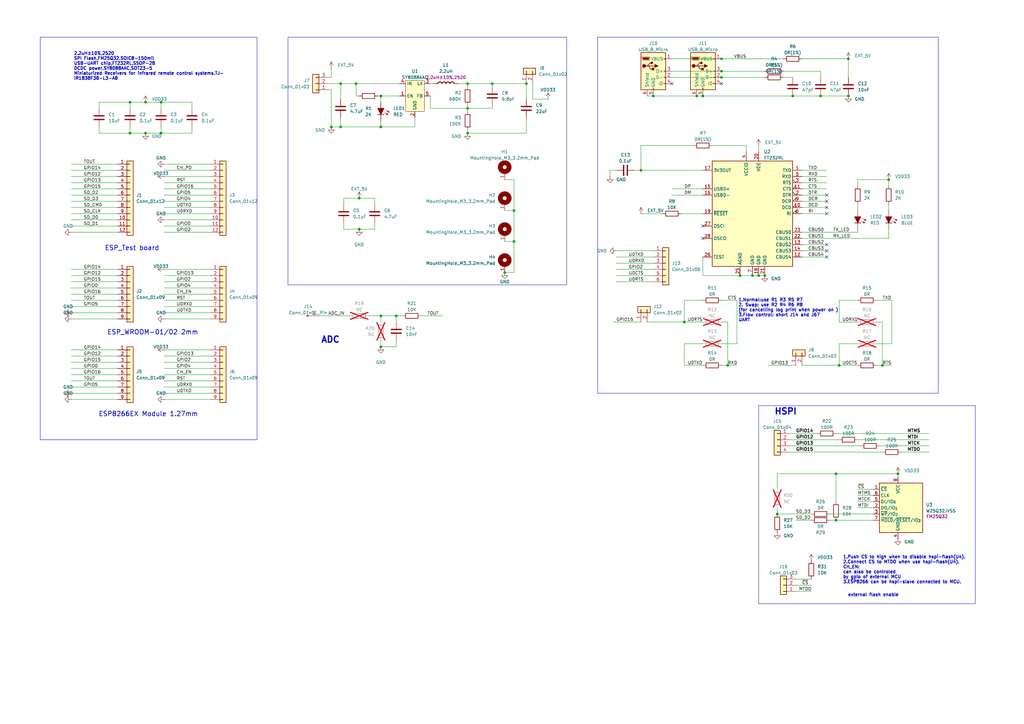
<source format=kicad_sch>
(kicad_sch (version 20250114) (generator "eeschema") (generator_version "9.0")
  (paper "A3")
  (rectangle (start 311.15 166.37) (end 400.05 247.65))
  (rectangle (start 16.51 15.24) (end 105.41 180.34))
  (rectangle (start 118.11 15.24) (end 232.41 116.84))
  (rectangle (start 245.11 15.24) (end 384.81 161.29))
  (text "ESP_WROOM-01/02 2mm" (at 43.942 136.398 0) (effects (font (size 1.905 1.905) (thickness 0.254) (bold yes)) (justify left)))
  (text "HSPI" (at 317.5 168.91 0) (effects (font (size 2.54 2.54) (thickness 0.508) (bold yes)) (justify left)))
  (text "1.Normal:use R1 R3 R5 R7\n2. Swap: use R2 R4 R6 R8\n(for cancelling log print when power on )\n3.Flow control: short J14 and J67\nUART" (at 302.768 127.254 0) (effects (font (size 1.27 1.27) (thickness 0.254) (bold yes)) (justify left)))
  (text "external flash enable" (at 347.726 244.094 0) (effects (font (size 1.27 1.27) (thickness 0.254) (bold yes)) (justify left)))
  (text "1.Push CS to high when to disable hspi-flash(U4).\n2.Connect CS to MTDO when use hspi-flash(U4).\nCH_EN:\ncan also be controled\nby gpio of external MCU\n3.ESP8266 can be hspi-slave connected to MCU." (at 345.694 233.68 0) (effects (font (size 1.27 1.27) (thickness 0.254) (bold yes)) (justify left)))
  (text "2.2uH±10%,2520\nSPI Flash,FM25Q32,SOIC8-150mil\nUSB-UART chip,FT232RL,SSOP-28\nDCDC power,SY8088AAC,SOT23-5\nMiniaturized Receivers for infrared remote control systems,TJ-\nIR1838F38-L3-A8" (at 30.226 27.178 0) (effects (font (size 1.27 1.27) (thickness 0.254) (bold yes)) (justify left)))
  (text "ESP8266EX Module 1.27mm" (at 40.386 169.926 0) (effects (font (size 1.905 1.905) (thickness 0.254) (bold yes)) (justify left)))
  (text "ESP_Test board" (at 42.926 101.854 0) (effects (font (size 1.905 1.905) (thickness 0.254) (bold yes)) (justify left)))
  (text "ADC" (at 131.572 139.446 0) (effects (font (size 2.54 2.54) (thickness 0.508) (bold yes)) (justify left)))
  (junction (at 295.91 29.21))
  (junction (at 146.05 34.29))
  (junction (at 280.67 132.08))
  (junction (at 215.9 34.29))
  (junction (at 342.9 194.31))
  (junction (at 298.45 149.86))
  (junction (at 361.95 149.86))
  (junction (at 139.7 52.07))
  (junction (at 191.77 54.61))
  (junction (at 135.89 52.07))
  (junction (at 59.69 54.61))
  (junction (at 156.21 39.37))
  (junction (at 347.98 39.37))
  (junction (at 162.56 129.54))
  (junction (at 210.82 99.06))
  (junction (at 364.49 73.66))
  (junction (at 288.29 39.37))
  (junction (at 156.21 129.54))
  (junction (at 66.04 54.61))
  (junction (at 336.55 39.37))
  (junction (at 53.34 41.91))
  (junction (at 342.9 213.36))
  (junction (at 347.98 24.13))
  (junction (at 313.69 113.03))
  (junction (at 147.32 93.98))
  (junction (at 59.69 41.91))
  (junction (at 295.91 24.13))
  (junction (at 66.04 41.91))
  (junction (at 147.32 81.28))
  (junction (at 156.21 52.07))
  (junction (at 139.7 34.29))
  (junction (at 53.34 54.61))
  (junction (at 207.01 111.76))
  (junction (at 156.21 142.24))
  (junction (at 285.75 39.37))
  (junction (at 368.3 194.31))
  (junction (at 318.77 210.82))
  (junction (at 201.93 34.29))
  (junction (at 191.77 44.45))
  (junction (at 191.77 34.29))
  (junction (at 262.89 69.85))
  (junction (at 295.91 31.75))
  (junction (at 344.17 149.86))
  (junction (at 303.53 113.03))
  (junction (at 311.15 113.03))
  (junction (at 267.97 39.37))
  (junction (at 210.82 86.36))
  (junction (at 308.61 113.03))
  (junction (at 325.12 39.37))
  (no_connect (at 339.09 80.01))
  (no_connect (at 339.09 82.55))
  (no_connect (at 339.09 100.33))
  (no_connect (at 339.09 105.41))
  (no_connect (at 288.29 92.71))
  (no_connect (at 288.29 97.79))
  (no_connect (at 275.59 34.29))
  (no_connect (at 339.09 87.63))
  (no_connect (at 339.09 102.87))
  (no_connect (at 295.91 34.29))
  (no_connect (at 339.09 85.09))
  (wire (pts (xy 67.31 72.39) (xy 86.36 72.39)))
  (wire (pts (xy 29.21 67.31) (xy 48.26 67.31)))
  (wire (pts (xy 359.41 132.08) (xy 361.95 132.08)))
  (wire (pts (xy 284.48 59.69) (xy 262.89 59.69)))
  (wire (pts (xy 29.21 90.17) (xy 48.26 90.17)))
  (wire (pts (xy 134.62 31.75) (xy 135.89 31.75)))
  (wire (pts (xy 210.82 99.06) (xy 210.82 86.36)))
  (wire (pts (xy 78.74 52.07) (xy 78.74 54.61)))
  (wire (pts (xy 67.31 151.13) (xy 86.36 151.13)))
  (wire (pts (xy 156.21 129.54) (xy 156.21 132.08)))
  (wire (pts (xy 252.73 113.03) (xy 267.97 113.03)))
  (wire (pts (xy 359.41 140.97) (xy 365.76 140.97)))
  (wire (pts (xy 67.31 74.93) (xy 86.36 74.93)))
  (wire (pts (xy 67.31 143.51) (xy 86.36 143.51)))
  (wire (pts (xy 351.79 205.74) (xy 358.14 205.74)))
  (wire (pts (xy 162.56 142.24) (xy 156.21 142.24)))
  (wire (pts (xy 306.07 59.69) (xy 292.1 59.69)))
  (wire (pts (xy 368.3 194.31) (xy 342.9 194.31)))
  (wire (pts (xy 295.91 24.13) (xy 321.31 24.13)))
  (wire (pts (xy 252.73 107.95) (xy 267.97 107.95)))
  (wire (pts (xy 67.31 118.11) (xy 86.36 118.11)))
  (wire (pts (xy 262.89 69.85) (xy 288.29 69.85)))
  (wire (pts (xy 67.31 69.85) (xy 86.36 69.85)))
  (wire (pts (xy 295.91 132.08) (xy 298.45 132.08)))
  (wire (pts (xy 365.76 123.19) (xy 359.41 123.19)))
  (wire (pts (xy 162.56 139.7) (xy 162.56 142.24)))
  (wire (pts (xy 140.97 81.28) (xy 140.97 83.82)))
  (wire (pts (xy 29.21 95.25) (xy 48.26 95.25)))
  (wire (pts (xy 59.69 41.91) (xy 66.04 41.91)))
  (wire (pts (xy 29.21 87.63) (xy 48.26 87.63)))
  (wire (pts (xy 218.44 40.64) (xy 224.79 40.64)))
  (wire (pts (xy 295.91 31.75) (xy 313.69 31.75)))
  (wire (pts (xy 151.13 129.54) (xy 156.21 129.54)))
  (wire (pts (xy 351.79 83.82) (xy 351.79 86.36)))
  (wire (pts (xy 191.77 44.45) (xy 191.77 45.72)))
  (wire (pts (xy 360.68 182.88) (xy 381 182.88)))
  (wire (pts (xy 326.39 237.49) (xy 332.74 237.49)))
  (wire (pts (xy 162.56 129.54) (xy 165.1 129.54)))
  (wire (pts (xy 156.21 129.54) (xy 162.56 129.54)))
  (wire (pts (xy 66.04 41.91) (xy 66.04 44.45)))
  (wire (pts (xy 311.15 59.69) (xy 311.15 62.23)))
  (wire (pts (xy 275.59 80.01) (xy 288.29 80.01)))
  (wire (pts (xy 29.21 118.11) (xy 48.26 118.11)))
  (wire (pts (xy 146.05 39.37) (xy 147.32 39.37)))
  (wire (pts (xy 288.29 105.41) (xy 288.29 113.03)))
  (wire (pts (xy 67.31 80.01) (xy 86.36 80.01)))
  (wire (pts (xy 67.31 156.21) (xy 86.36 156.21)))
  (wire (pts (xy 67.31 158.75) (xy 86.36 158.75)))
  (wire (pts (xy 154.94 39.37) (xy 156.21 39.37)))
  (wire (pts (xy 66.04 52.07) (xy 66.04 54.61)))
  (wire (pts (xy 318.77 194.31) (xy 318.77 200.66)))
  (wire (pts (xy 288.29 113.03) (xy 303.53 113.03)))
  (wire (pts (xy 53.34 41.91) (xy 53.34 44.45)))
  (wire (pts (xy 336.55 29.21) (xy 336.55 31.75)))
  (wire (pts (xy 67.31 120.65) (xy 86.36 120.65)))
  (wire (pts (xy 67.31 125.73) (xy 86.36 125.73)))
  (wire (pts (xy 326.39 213.36) (xy 332.74 213.36)))
  (wire (pts (xy 328.93 24.13) (xy 347.98 24.13)))
  (wire (pts (xy 308.61 113.03) (xy 311.15 113.03)))
  (wire (pts (xy 78.74 41.91) (xy 78.74 44.45)))
  (wire (pts (xy 67.31 67.31) (xy 86.36 67.31)))
  (wire (pts (xy 207.01 111.76) (xy 210.82 111.76)))
  (wire (pts (xy 342.9 177.8) (xy 381 177.8)))
  (wire (pts (xy 252.73 110.49) (xy 267.97 110.49)))
  (wire (pts (xy 130.81 129.54) (xy 143.51 129.54)))
  (wire (pts (xy 252.73 102.87) (xy 267.97 102.87)))
  (wire (pts (xy 361.95 149.86) (xy 365.76 149.86)))
  (wire (pts (xy 364.49 97.79) (xy 364.49 93.98)))
  (wire (pts (xy 67.31 92.71) (xy 86.36 92.71)))
  (wire (pts (xy 67.31 77.47) (xy 86.36 77.47)))
  (wire (pts (xy 215.9 54.61) (xy 191.77 54.61)))
  (wire (pts (xy 135.89 36.83) (xy 135.89 52.07)))
  (wire (pts (xy 323.85 177.8) (xy 335.28 177.8)))
  (wire (pts (xy 140.97 81.28) (xy 147.32 81.28)))
  (wire (pts (xy 29.21 110.49) (xy 48.26 110.49)))
  (wire (pts (xy 187.96 34.29) (xy 191.77 34.29)))
  (wire (pts (xy 29.21 113.03) (xy 48.26 113.03)))
  (wire (pts (xy 298.45 132.08) (xy 298.45 149.86)))
  (wire (pts (xy 339.09 102.87) (xy 328.93 102.87)))
  (wire (pts (xy 351.79 73.66) (xy 364.49 73.66)))
  (wire (pts (xy 267.97 39.37) (xy 285.75 39.37)))
  (wire (pts (xy 67.31 95.25) (xy 86.36 95.25)))
  (wire (pts (xy 262.89 87.63) (xy 271.78 87.63)))
  (wire (pts (xy 347.98 24.13) (xy 347.98 31.75)))
  (wire (pts (xy 29.21 146.05) (xy 48.26 146.05)))
  (wire (pts (xy 67.31 153.67) (xy 86.36 153.67)))
  (wire (pts (xy 328.93 149.86) (xy 344.17 149.86)))
  (wire (pts (xy 29.21 92.71) (xy 48.26 92.71)))
  (wire (pts (xy 140.97 91.44) (xy 140.97 93.98)))
  (wire (pts (xy 340.36 213.36) (xy 342.9 213.36)))
  (wire (pts (xy 29.21 130.81) (xy 48.26 130.81)))
  (wire (pts (xy 146.05 34.29) (xy 146.05 39.37)))
  (wire (pts (xy 146.05 34.29) (xy 163.83 34.29)))
  (wire (pts (xy 29.21 143.51) (xy 48.26 143.51)))
  (wire (pts (xy 59.69 54.61) (xy 66.04 54.61)))
  (wire (pts (xy 53.34 52.07) (xy 53.34 54.61)))
  (wire (pts (xy 156.21 52.07) (xy 170.18 52.07)))
  (wire (pts (xy 156.21 49.53) (xy 156.21 52.07)))
  (wire (pts (xy 298.45 149.86) (xy 302.26 149.86)))
  (wire (pts (xy 170.18 52.07) (xy 170.18 48.26)))
  (wire (pts (xy 344.17 140.97) (xy 351.79 140.97)))
  (wire (pts (xy 191.77 43.18) (xy 191.77 44.45)))
  (wire (pts (xy 191.77 34.29) (xy 201.93 34.29)))
  (wire (pts (xy 67.31 85.09) (xy 86.36 85.09)))
  (wire (pts (xy 288.29 39.37) (xy 325.12 39.37)))
  (wire (pts (xy 139.7 34.29) (xy 139.7 40.64)))
  (wire (pts (xy 156.21 39.37) (xy 156.21 41.91)))
  (wire (pts (xy 325.12 39.37) (xy 336.55 39.37)))
  (wire (pts (xy 339.09 100.33) (xy 328.93 100.33)))
  (wire (pts (xy 134.62 36.83) (xy 135.89 36.83)))
  (wire (pts (xy 361.95 132.08) (xy 361.95 149.86)))
  (wire (pts (xy 351.79 208.28) (xy 358.14 208.28)))
  (wire (pts (xy 318.77 210.82) (xy 332.74 210.82)))
  (wire (pts (xy 344.17 132.08) (xy 351.79 132.08)))
  (wire (pts (xy 280.67 123.19) (xy 288.29 123.19)))
  (wire (pts (xy 339.09 69.85) (xy 328.93 69.85)))
  (wire (pts (xy 339.09 74.93) (xy 328.93 74.93)))
  (wire (pts (xy 210.82 99.06) (xy 207.01 99.06)))
  (wire (pts (xy 210.82 73.66) (xy 207.01 73.66)))
  (wire (pts (xy 365.76 140.97) (xy 365.76 123.19)))
  (wire (pts (xy 339.09 87.63) (xy 328.93 87.63)))
  (wire (pts (xy 280.67 140.97) (xy 280.67 149.86)))
  (wire (pts (xy 29.21 115.57) (xy 48.26 115.57)))
  (wire (pts (xy 339.09 80.01) (xy 328.93 80.01)))
  (wire (pts (xy 342.9 213.36) (xy 358.14 213.36)))
  (wire (pts (xy 295.91 140.97) (xy 302.26 140.97)))
  (wire (pts (xy 302.26 123.19) (xy 295.91 123.19)))
  (wire (pts (xy 302.26 140.97) (xy 302.26 123.19)))
  (wire (pts (xy 368.3 194.31) (xy 368.3 195.58)))
  (wire (pts (xy 314.96 149.86) (xy 326.39 149.86)))
  (wire (pts (xy 67.31 161.29) (xy 86.36 161.29)))
  (wire (pts (xy 147.32 93.98) (xy 140.97 93.98)))
  (wire (pts (xy 201.93 44.45) (xy 191.77 44.45)))
  (wire (pts (xy 29.21 125.73) (xy 48.26 125.73)))
  (wire (pts (xy 340.36 210.82) (xy 358.14 210.82)))
  (wire (pts (xy 215.9 34.29) (xy 215.9 40.64)))
  (wire (pts (xy 29.21 77.47) (xy 48.26 77.47)))
  (wire (pts (xy 191.77 34.29) (xy 191.77 35.56)))
  (wire (pts (xy 265.43 132.08) (xy 280.67 132.08)))
  (wire (pts (xy 279.4 87.63) (xy 288.29 87.63)))
  (wire (pts (xy 191.77 53.34) (xy 191.77 54.61)))
  (wire (pts (xy 295.91 149.86) (xy 298.45 149.86)))
  (wire (pts (xy 288.29 140.97) (xy 280.67 140.97)))
  (wire (pts (xy 275.59 77.47) (xy 288.29 77.47)))
  (wire (pts (xy 339.09 77.47) (xy 328.93 77.47)))
  (wire (pts (xy 66.04 54.61) (xy 78.74 54.61)))
  (wire (pts (xy 342.9 194.31) (xy 318.77 194.31)))
  (wire (pts (xy 67.31 115.57) (xy 86.36 115.57)))
  (wire (pts (xy 351.79 73.66) (xy 351.79 76.2)))
  (wire (pts (xy 326.39 240.03) (xy 332.74 240.03)))
  (wire (pts (xy 344.17 123.19) (xy 344.17 132.08)))
  (wire (pts (xy 351.79 200.66) (xy 358.14 200.66)))
  (wire (pts (xy 351.79 123.19) (xy 344.17 123.19)))
  (wire (pts (xy 67.31 128.27) (xy 86.36 128.27)))
  (wire (pts (xy 351.79 180.34) (xy 381 180.34)))
  (wire (pts (xy 67.31 110.49) (xy 86.36 110.49)))
  (wire (pts (xy 29.21 128.27) (xy 48.26 128.27)))
  (wire (pts (xy 251.46 132.08) (xy 262.89 132.08)))
  (wire (pts (xy 153.67 91.44) (xy 153.67 93.98)))
  (wire (pts (xy 201.93 34.29) (xy 215.9 34.29)))
  (wire (pts (xy 323.85 185.42) (xy 361.95 185.42)))
  (wire (pts (xy 328.93 97.79) (xy 364.49 97.79)))
  (wire (pts (xy 339.09 82.55) (xy 328.93 82.55)))
  (wire (pts (xy 262.89 59.69) (xy 262.89 69.85)))
  (wire (pts (xy 218.44 40.64) (xy 218.44 34.29)))
  (wire (pts (xy 67.31 123.19) (xy 86.36 123.19)))
  (wire (pts (xy 156.21 139.7) (xy 156.21 142.24)))
  (wire (pts (xy 139.7 34.29) (xy 146.05 34.29)))
  (wire (pts (xy 275.59 29.21) (xy 295.91 29.21)))
  (wire (pts (xy 139.7 52.07) (xy 156.21 52.07)))
  (wire (pts (xy 250.19 69.85) (xy 252.73 69.85)))
  (wire (pts (xy 295.91 29.21) (xy 313.69 29.21)))
  (wire (pts (xy 344.17 149.86) (xy 351.79 149.86)))
  (wire (pts (xy 364.49 73.66) (xy 364.49 76.2)))
  (wire (pts (xy 153.67 93.98) (xy 147.32 93.98)))
  (wire (pts (xy 29.21 69.85) (xy 48.26 69.85)))
  (wire (pts (xy 40.64 41.91) (xy 40.64 44.45)))
  (wire (pts (xy 280.67 149.86) (xy 288.29 149.86)))
  (wire (pts (xy 134.62 34.29) (xy 139.7 34.29)))
  (wire (pts (xy 67.31 163.83) (xy 86.36 163.83)))
  (wire (pts (xy 252.73 115.57) (xy 267.97 115.57)))
  (wire (pts (xy 323.85 180.34) (xy 344.17 180.34)))
  (wire (pts (xy 215.9 48.26) (xy 215.9 54.61)))
  (wire (pts (xy 29.21 82.55) (xy 48.26 82.55)))
  (wire (pts (xy 342.9 194.31) (xy 342.9 205.74)))
  (wire (pts (xy 153.67 81.28) (xy 153.67 83.82)))
  (wire (pts (xy 147.32 81.28) (xy 153.67 81.28)))
  (wire (pts (xy 53.34 54.61) (xy 59.69 54.61)))
  (wire (pts (xy 265.43 39.37) (xy 267.97 39.37)))
  (wire (pts (xy 67.31 148.59) (xy 86.36 148.59)))
  (wire (pts (xy 29.21 158.75) (xy 48.26 158.75)))
  (wire (pts (xy 359.41 149.86) (xy 361.95 149.86)))
  (wire (pts (xy 306.07 62.23) (xy 306.07 59.69)))
  (wire (pts (xy 285.75 39.37) (xy 288.29 39.37)))
  (wire (pts (xy 326.39 242.57) (xy 332.74 242.57)))
  (wire (pts (xy 351.79 203.2) (xy 358.14 203.2)))
  (wire (pts (xy 29.21 156.21) (xy 48.26 156.21)))
  (wire (pts (xy 67.31 146.05) (xy 86.36 146.05)))
  (wire (pts (xy 201.93 43.18) (xy 201.93 44.45)))
  (wire (pts (xy 29.21 85.09) (xy 48.26 85.09)))
  (wire (pts (xy 40.64 52.07) (xy 40.64 54.61)))
  (wire (pts (xy 321.31 29.21) (xy 336.55 29.21)))
  (wire (pts (xy 40.64 54.61) (xy 53.34 54.61)))
  (wire (pts (xy 135.89 52.07) (xy 139.7 52.07)))
  (wire (pts (xy 210.82 86.36) (xy 210.82 73.66)))
  (wire (pts (xy 162.56 129.54) (xy 162.56 132.08)))
  (wire (pts (xy 311.15 113.03) (xy 313.69 113.03)))
  (wire (pts (xy 163.83 39.37) (xy 156.21 39.37)))
  (wire (pts (xy 210.82 111.76) (xy 210.82 99.06)))
  (wire (pts (xy 339.09 72.39) (xy 328.93 72.39)))
  (wire (pts (xy 250.19 72.39) (xy 250.19 69.85)))
  (wire (pts (xy 336.55 39.37) (xy 347.98 39.37)))
  (wire (pts (xy 364.49 83.82) (xy 364.49 86.36)))
  (wire (pts (xy 275.59 24.13) (xy 295.91 24.13)))
  (wire (pts (xy 351.79 95.25) (xy 351.79 93.98)))
  (wire (pts (xy 252.73 105.41) (xy 267.97 105.41)))
  (wire (pts (xy 67.31 90.17) (xy 86.36 90.17)))
  (wire (pts (xy 260.35 69.85) (xy 262.89 69.85)))
  (wire (pts (xy 53.34 41.91) (xy 59.69 41.91)))
  (wire (pts (xy 40.64 41.91) (xy 53.34 41.91)))
  (wire (pts (xy 369.57 185.42) (xy 381 185.42)))
  (wire (pts (xy 275.59 31.75) (xy 295.91 31.75)))
  (wire (pts (xy 328.93 95.25) (xy 351.79 95.25)))
  (wire (pts (xy 139.7 48.26) (xy 139.7 52.07)))
  (wire (pts (xy 67.31 130.81) (xy 86.36 130.81)))
  (wire (pts (xy 207.01 86.36) (xy 210.82 86.36)))
  (wire (pts (xy 66.04 41.91) (xy 78.74 41.91)))
  (wire (pts (xy 318.77 208.28) (xy 318.77 210.82)))
  (wire (pts (xy 67.31 87.63) (xy 86.36 87.63)))
  (wire (pts (xy 67.31 82.55) (xy 86.36 82.55)))
  (wire (pts (xy 135.89 31.75) (xy 135.89 27.94)))
  (wire (pts (xy 29.21 80.01) (xy 48.26 80.01)))
  (wire (pts (xy 191.77 44.45) (xy 176.53 44.45)))
  (wire (pts (xy 303.53 113.03) (xy 308.61 113.03)))
  (wire (pts (xy 29.21 153.67) (xy 48.26 153.67)))
  (wire (pts (xy 176.53 44.45) (xy 176.53 39.37)))
  (wire (pts (xy 67.31 113.03) (xy 86.36 113.03)))
  (wire (pts (xy 29.21 151.13) (xy 48.26 151.13)))
  (wire (pts (xy 176.53 34.29) (xy 177.8 34.29)))
  (wire (pts (xy 29.21 163.83) (xy 48.26 163.83)))
  (wire (pts (xy 172.72 129.54) (xy 181.61 129.54)))
  (wire (pts (xy 339.09 85.09) (xy 328.93 85.09)))
  (wire (pts (xy 29.21 123.19) (xy 48.26 123.19)))
  (wire (pts (xy 323.85 182.88) (xy 353.06 182.88)))
  (wire (pts (xy 288.29 132.08) (xy 280.67 132.08)))
  (wire (pts (xy 344.17 140.97) (xy 344.17 149.86)))
  (wire (pts (xy 29.21 72.39) (xy 48.26 72.39)))
  (wire (pts (xy 29.21 148.59) (xy 48.26 148.59)))
  (wire (pts (xy 339.09 105.41) (xy 328.93 105.41)))
  (wire (pts (xy 29.21 120.65) (xy 48.26 120.65)))
  (wire (pts (xy 280.67 132.08) (xy 280.67 123.19)))
  (wire (pts (xy 321.31 31.75) (xy 325.12 31.75)))
  (wire (pts (xy 201.93 34.29) (xy 201.93 35.56)))
  (wire (pts (xy 29.21 161.29) (xy 48.26 161.29)))
  (wire (pts (xy 29.21 74.93) (xy 48.26 74.93)))
  (label "CH_EN" (at 72.39 120.65 0))
  (label "U0RXD" (at 72.39 125.73 0))
  (label "U0TXD" (at 72.39 85.09 0))
  (label "U0RTS" (at 257.81 115.57 0))
  (label "GPIO12" (at 34.29 146.05 0))
  (label "U0RXD" (at 257.81 107.95 0))
  (label "GPIO15" (at 252.73 132.08 0))
  (label "MTMS" (at 372.11 177.8 0) (effects (font (thickness 0.254) (bold yes))))
  (label "CBUS2" (at 331.47 100.33 0))
  (label "GPIO13" (at 72.39 113.03 0))
  (label "GPIO4" (at 72.39 151.13 0))
  (label "SD_D3" (at 34.29 82.55 0))
  (label "TOUT" (at 34.29 123.19 0))
  (label "MTDO" (at 372.11 185.42 0) (effects (font (thickness 0.254) (bold yes))))
  (label "U0RXD" (at 72.39 87.63 0))
  (label "MTDO" (at 327.66 242.57 0))
  (label "RST" (at 72.39 74.93 0))
  (label "GPIO2" (at 72.39 115.57 0))
  (label "DCD" (at 331.47 85.09 0))
  (label "U0CTS" (at 345.44 149.86 0))
  (label "TXD" (at 361.95 123.19 0))
  (label "RXD" (at 331.47 72.39 0))
  (label "GPIO0" (at 34.29 118.11 0))
  (label "GPIO5" (at 72.39 80.01 0))
  (label "CTS" (at 298.45 123.19 0))
  (label "DCR" (at 331.47 82.55 0))
  (label "U0RXD" (at 345.44 132.08 0))
  (label "TOUT" (at 34.29 156.21 0))
  (label "GPIO0" (at 34.29 151.13 0))
  (label "GPIO13" (at 326.39 182.88 0) (effects (font (thickness 0.254) (bold yes))))
  (label "SD_CMD" (at 34.29 85.09 0))
  (label "RI" (at 331.47 87.63 0))
  (label "U0RTS" (at 281.94 132.08 0))
  (label "CBUS0" (at 331.47 95.25 0))
  (label "GPIO15" (at 326.39 185.42 0) (effects (font (thickness 0.254) (bold yes))))
  (label "CBUS4" (at 331.47 105.41 0))
  (label "GPIO5" (at 34.29 125.73 0))
  (label "GPIO13" (at 316.23 149.86 0))
  (label "GPIO4" (at 72.39 118.11 0))
  (label "SD_D0" (at 34.29 90.17 0))
  (label "U0TXD" (at 281.94 149.86 0))
  (label "CH_EN" (at 72.39 153.67 0))
  (label "GPIO2" (at 257.81 110.49 0))
  (label "GPIO2" (at 72.39 148.59 0))
  (label "U0TXD" (at 72.39 161.29 0))
  (label "RST" (at 72.39 156.21 0))
  (label "ADC_IN" (at 134.62 129.54 0))
  (label "GPIO12" (at 34.29 113.03 0))
  (label "GPIO15" (at 34.29 77.47 0))
  (label "SD_D1" (at 34.29 92.71 0))
  (label "SD_D2" (at 34.29 80.01 0))
  (label "DTR" (at 331.47 80.01 0))
  (label "TOUT" (at 34.29 67.31 0))
  (label "TXD" (at 331.47 69.85 0))
  (label "MTDI" (at 351.79 208.28 0))
  (label "GPIO16" (at 34.29 120.65 0))
  (label "MTCK" (at 372.11 182.88 0) (effects (font (thickness 0.254) (bold yes))))
  (label "U0CTS" (at 257.81 113.03 0))
  (label "GPIO15" (at 34.29 115.57 0))
  (label "SD_D2" (at 326.39 213.36 0))
  (label "DP" (at 280.67 77.47 0))
  (label "VBUS" (at 300.99 24.13 0))
  (label "U0TXD" (at 72.39 128.27 0))
  (label "GPIO4" (at 72.39 82.55 0))
  (label "GPIO13" (at 72.39 146.05 0))
  (label "GPIO13" (at 34.29 74.93 0))
  (label "CBUS1" (at 331.47 97.79 0))
  (label "MTDI" (at 372.11 180.34 0) (effects (font (thickness 0.254) (bold yes))))
  (label "SD_D3" (at 326.39 210.82 0))
  (label "GPIO16" (at 72.39 77.47 0))
  (label "~{CS}" (at 351.79 200.66 0))
  (label "CBUS3" (at 331.47 102.87 0))
  (label "GPIO0" (at 72.39 92.71 0))
  (label "GPIO12" (at 34.29 72.39 0))
  (label "CTS" (at 331.47 77.47 0))
  (label "GPIO16" (at 34.29 153.67 0))
  (label "RX_LED" (at 341.63 97.79 0))
  (label "RXD" (at 298.45 149.86 0))
  (label "GPIO2" (at 72.39 95.25 0))
  (label "GPIO14" (at 34.29 110.49 0))
  (label "TOUT" (at 175.26 129.54 0))
  (label "RST" (at 72.39 123.19 0))
  (label "MTCK" (at 351.79 205.74 0))
  (label "DM" (at 280.6185 80.01 0))
  (label "GPIO14" (at 34.29 69.85 0))
  (label "U0RXD" (at 72.39 158.75 0))
  (label "GPIO12" (at 326.39 180.34 0) (effects (font (thickness 0.254) (bold yes))))
  (label "TX_LED" (at 341.63 95.25 0))
  (label "GPIO15" (at 34.29 148.59 0))
  (label "~{CS}" (at 328.93 240.03 0))
  (label "GPIO14" (at 34.29 143.51 0))
  (label "GPIO14" (at 326.39 177.8 0) (effects (font (thickness 0.254) (bold yes))))
  (label "SD_CLK" (at 34.29 87.63 0))
  (label "U0TXD" (at 257.81 105.41 0))
  (label "MTMS" (at 351.79 203.2 0))
  (label "RTS" (at 361.95 149.86 0))
  (label "CH_PD" (at 72.39 69.85 0))
  (label "RTS" (at 331.47 74.93 0))
  (label "GPIO5" (at 34.29 158.75 0))
  (symbol (lib_id "power:GND") (at 67.31 90.17 270) (unit 1)
    (property "Reference" "#PWR03" (effects (hide yes)))
    (property "Value" "GND" (at 66.04 87.63 90))
    (property "Description" "Power symbol creates a global label with name \"GND\" , ground" (effects (hide yes)))
  )
  (symbol (lib_id "PCM_Capacitor_AKL:C_1206") (at 53.34 48.26 0) (unit 1)
    (property "Reference" "C2" (at 57.15 46.9899 0) (effects (justify left)))
    (property "Value" "0.1uF" (at 57.15 49.5299 0) (effects (justify left)))
    (property "Footprint" "PCM_Capacitor_SMD_AKL:C_1206_3216Metric" (effects (hide yes)))
    (property "Description" "SMD 1206 MLCC capacitor, Alternate KiCad Library" (effects (hide yes)))
  )
  (symbol (lib_id "power:GND") (at 250.19 72.39 0) (unit 1)
    (property "Reference" "#PWR024" (effects (hide yes)))
    (property "Value" "GND" (at 252.73 73.6599 0) (effects (justify left)))
    (property "Description" "Power symbol creates a global label with name \"GND\" , ground" (effects (hide yes)))
  )
  (symbol (lib_id "Connector_Generic:Conn_01x02") (at 326.39 144.78 90) (unit 1)
    (property "Reference" "J9" (at 331.47 143.5099 90) (effects (justify right)))
    (property "Value" "Conn_01x02" (at 331.47 146.0499 90) (effects (justify right)))
    (property "Description" "Generic connector, single row, 01x02, script generated (kicad-library-utils/schlib/autogen/connector/)" (effects (hide yes)))
  )
  (symbol (lib_id "PCM_Capacitor_AKL:C_1206") (at 336.55 35.56 0) (unit 1)
    (property "Reference" "C11" (at 340.36 34.2899 0) (effects (justify left)))
    (property "Value" "47pF" (at 340.36 36.8299 0) (effects (justify left)))
    (property "Footprint" "PCM_Capacitor_SMD_AKL:C_1206_3216Metric" (effects (hide yes)))
    (property "Description" "SMD 1206 MLCC capacitor, Alternate KiCad Library" (effects (hide yes)))
  )
  (symbol (lib_id "power:+5V") (at 67.31 143.51 90) (unit 1)
    (property "Reference" "#PWR011" (effects (hide yes)))
    (property "Value" "VDD33" (at 66.04 142.24 90))
    (property "Description" "Power symbol creates a global label with name \"+5V\"" (effects (hide yes)))
  )
  (symbol (lib_id "PCM_Resistor_AKL:R_1206") (at 342.9 209.55 0) (unit 1)
    (property "Reference" "R28" (at 345.44 208.2799 0) (effects (justify left)))
    (property "Value" "10K" (at 345.44 210.8199 0) (effects (justify left)))
    (property "Footprint" "PCM_Resistor_SMD_AKL:R_1206_3216Metric" (effects (hide yes)))
    (property "Description" "SMD 1206 Chip Resistor, European Symbol, Alternate KiCad Library" (effects (hide yes)))
  )
  (symbol (lib_id "Connector_Generic:Conn_01x12") (at 91.44 80.01 0) (unit 1)
    (property "Reference" "J3" (at 93.98 80.0099 0) (effects (justify left)))
    (property "Value" "Conn_01x12" (at 93.98 82.5499 0) (effects (justify left)))
    (property "Description" "Generic connector, single row, 01x12, script generated (kicad-library-utils/schlib/autogen/connector/)" (effects (hide yes)))
  )
  (symbol (lib_id "PCM_Capacitor_AKL:C_1206") (at 347.98 35.56 0) (unit 1)
    (property "Reference" "C12" (at 351.79 34.2899 0) (effects (justify left)))
    (property "Value" "10nF" (at 351.79 36.8299 0) (effects (justify left)))
    (property "Footprint" "PCM_Capacitor_SMD_AKL:C_1206_3216Metric" (effects (hide yes)))
    (property "Description" "SMD 1206 MLCC capacitor, Alternate KiCad Library" (effects (hide yes)))
  )
  (symbol (lib_id "PCM_Capacitor_AKL:C_1206") (at 201.93 39.37 0) (unit 1)
    (property "Reference" "C8" (at 205.74 38.0999 0) (effects (justify left)))
    (property "Value" "6.8pF" (at 205.74 40.6399 0) (effects (justify left)))
    (property "Footprint" "PCM_Capacitor_SMD_AKL:C_1206_3216Metric" (effects (hide yes)))
    (property "Description" "SMD 1206 MLCC capacitor, Alternate KiCad Library" (effects (hide yes)))
  )
  (symbol (lib_id "power:GND") (at 29.21 161.29 270) (unit 1)
    (property "Reference" "#PWR08" (effects (hide yes)))
    (property "Value" "GND" (at 27.94 158.75 90))
    (property "Description" "Power symbol creates a global label with name \"GND\" , ground" (effects (hide yes)))
  )
  (symbol (lib_id "power:GND") (at 135.89 52.07 0) (unit 1)
    (property "Reference" "#PWR019" (effects (hide yes)))
    (property "Value" "GND" (at 133.35 53.3399 0) (effects (justify right)))
    (property "Description" "Power symbol creates a global label with name \"GND\" , ground" (effects (hide yes)))
  )
  (symbol (lib_id "power:GND") (at 207.01 111.76 0) (unit 1)
    (property "Reference" "#PWR015" (effects (hide yes)))
    (property "Value" "GND" (at 207.01 115.57 0))
    (property "Description" "Power symbol creates a global label with name \"GND\" , ground" (effects (hide yes)))
  )
  (symbol (lib_id "PCM_Resistor_AKL:R_1206") (at 191.77 49.53 0) (mirror x) (unit 1)
    (property "Reference" "R3" (at 189.23 48.2599 0) (effects (justify right)))
    (property "Value" "150K" (at 189.23 50.7999 0) (effects (justify right)))
    (property "Footprint" "PCM_Resistor_SMD_AKL:R_1206_3216Metric" (effects (hide yes)))
    (property "Description" "SMD 1206 Chip Resistor, European Symbol, Alternate KiCad Library" (effects (hide yes)))
  )
  (symbol (lib_id "PCM_SL_Mechanical:MountingHole_M3_3.2mm_Pad") (at 207.01 106.68 0) (unit 1)
    (property "Reference" "H4" (at 203.2 105.4099 0) (effects (justify right)))
    (property "Value" "MountingHole_M3_3.2mm_Pad" (at 203.2 107.9499 0) (effects (justify right)))
    (property "Footprint" "PCM_SL_Mechanical:MountingHole_3.2mm_Pad" (effects (hide yes)))
    (property "Description" "3.2mm Diameter Mounting Hole Pad (M3)" (effects (hide yes)))
  )
  (symbol (lib_id "Connector_Generic:Conn_01x02") (at 215.9 29.21 90) (unit 1)
    (property "Reference" "J8" (at 220.98 27.9399 90) (effects (justify right)))
    (property "Value" "Conn_01x02" (at 220.98 30.4799 90) (effects (justify right)))
    (property "Description" "Generic connector, single row, 01x02, script generated (kicad-library-utils/schlib/autogen/connector/)" (effects (hide yes)))
  )
  (symbol (lib_id "power:GND") (at 29.21 163.83 270) (unit 1)
    (property "Reference" "#PWR09" (effects (hide yes)))
    (property "Value" "GND" (at 27.94 161.29 90))
    (property "Description" "Power symbol creates a global label with name \"GND\" , ground" (effects (hide yes)))
  )
  (symbol (lib_id "power:GND") (at 318.77 218.44 0) (unit 1)
    (property "Reference" "#PWR033" (effects (hide yes)))
    (property "Value" "GND" (at 321.31 219.7099 0) (effects (justify left)))
    (property "Description" "Power symbol creates a global label with name \"GND\" , ground" (effects (hide yes)))
  )
  (symbol (lib_id "power:GND") (at 313.69 113.03 0) (unit 1)
    (property "Reference" "#PWR028" (effects (hide yes)))
    (property "Value" "GND" (at 316.23 114.2999 0) (effects (justify left)))
    (property "Description" "Power symbol creates a global label with name \"GND\" , ground" (effects (hide yes)))
  )
  (symbol (lib_id "Connector_Generic:Conn_01x09") (at 53.34 120.65 0) (unit 1)
    (property "Reference" "J2" (at 55.88 119.3799 0) (effects (justify left)))
    (property "Value" "Conn_01x09" (at 55.88 121.9199 0) (effects (justify left)))
    (property "Description" "Generic connector, single row, 01x09, script generated (kicad-library-utils/schlib/autogen/connector/)" (effects (hide yes)))
  )
  (symbol (lib_id "power:+5V") (at 332.74 229.87 0) (unit 1)
    (property "Reference" "#PWR034" (effects (hide yes)))
    (property "Value" "VDD33" (at 335.28 228.5999 0) (effects (justify left)))
    (property "Description" "Power symbol creates a global label with name \"+5V\"" (effects (hide yes)))
  )
  (symbol (lib_id "PCM_Capacitor_AKL:C_1206") (at 325.12 35.56 0) (unit 1)
    (property "Reference" "C10" (at 328.93 34.2899 0) (effects (justify left)))
    (property "Value" "47pF" (at 328.93 36.8299 0) (effects (justify left)))
    (property "Footprint" "PCM_Capacitor_SMD_AKL:C_1206_3216Metric" (effects (hide yes)))
    (property "Description" "SMD 1206 MLCC capacitor, Alternate KiCad Library" (effects (hide yes)))
  )
  (symbol (lib_id "PCM_Resistor_AKL:R_1206") (at 336.55 210.82 270) (unit 1)
    (property "Reference" "R26" (at 336.55 205.74 90))
    (property "Value" "0R" (at 336.55 208.28 90))
    (property "Footprint" "PCM_Resistor_SMD_AKL:R_1206_3216Metric" (effects (hide yes)))
    (property "Description" "SMD 1206 Chip Resistor, European Symbol, Alternate KiCad Library" (effects (hide yes)))
  )
  (symbol (lib_id "PCM_Resistor_AKL:R_1206") (at 292.1 123.19 90) (unit 1)
    (property "Reference" "R11" (at 292.1 118.11 90))
    (property "Value" "0R" (at 292.1 120.65 90))
    (property "Footprint" "PCM_Resistor_SMD_AKL:R_1206_3216Metric" (effects (hide yes)))
    (property "Description" "SMD 1206 Chip Resistor, European Symbol, Alternate KiCad Library" (effects (hide yes)))
  )
  (symbol (lib_id "Connector_Generic:Conn_01x12") (at 53.34 80.01 0) (unit 1)
    (property "Reference" "J1" (at 55.88 80.0099 0) (effects (justify left)))
    (property "Value" "Conn_01x12" (at 55.88 82.5499 0) (effects (justify left)))
    (property "Description" "Generic connector, single row, 01x12, script generated (kicad-library-utils/schlib/autogen/connector/)" (effects (hide yes)))
  )
  (symbol (lib_id "power:+5V") (at 67.31 110.49 90) (unit 1)
    (property "Reference" "#PWR012" (effects (hide yes)))
    (property "Value" "VDD33" (at 66.04 109.22 90))
    (property "Description" "Power symbol creates a global label with name \"+5V\"" (effects (hide yes)))
  )
  (symbol (lib_id "PCM_Resistor_AKL:R_1206") (at 318.77 204.47 0) (unit 1) (dnp yes)
    (property "Reference" "R30" (at 321.31 203.1999 0) (effects (justify left)))
    (property "Value" "NC" (at 321.31 205.7399 0) (effects (justify left)))
    (property "Footprint" "PCM_Resistor_SMD_AKL:R_1206_3216Metric" (effects (hide yes)))
    (property "Description" "SMD 1206 Chip Resistor, European Symbol, Alternate KiCad Library" (effects (hide yes)))
  )
  (symbol (lib_id "power:GND") (at 147.32 93.98 0) (unit 1)
    (property "Reference" "#PWR017" (effects (hide yes)))
    (property "Value" "GND" (at 147.32 100.33 0))
    (property "Description" "Power symbol creates a global label with name \"GND\" , ground" (effects (hide yes)))
  )
  (symbol (lib_id "PCM_Capacitor_AKL:C_1206") (at 256.54 69.85 90) (unit 1)
    (property "Reference" "C13" (at 256.54 63.5 90))
    (property "Value" "0.1uF" (at 256.54 66.04 90))
    (property "Footprint" "PCM_Capacitor_SMD_AKL:C_1206_3216Metric" (effects (hide yes)))
    (property "Description" "SMD 1206 MLCC capacitor, Alternate KiCad Library" (effects (hide yes)))
  )
  (symbol (lib_id "PCM_Capacitor_AKL:C_1206") (at 215.9 44.45 0) (unit 1)
    (property "Reference" "C9" (at 219.71 43.1799 0) (effects (justify left)))
    (property "Value" "22uF" (at 219.71 45.7199 0) (effects (justify left)))
    (property "Footprint" "PCM_Capacitor_SMD_AKL:C_1206_3216Metric" (effects (hide yes)))
    (property "Description" "SMD 1206 MLCC capacitor, Alternate KiCad Library" (effects (hide yes)))
  )
  (symbol (lib_id "power:GND") (at 29.21 95.25 270) (unit 1)
    (property "Reference" "#PWR01" (effects (hide yes)))
    (property "Value" "GND" (at 27.94 92.71 90))
    (property "Description" "Power symbol creates a global label with name \"GND\" , ground" (effects (hide yes)))
  )
  (symbol (lib_id "Connector_Generic:Conn_01x06") (at 273.05 107.95 0) (unit 1)
    (property "Reference" "J13" (at 275.59 107.9499 0) (effects (justify left)))
    (property "Value" "Conn_01x06" (at 275.59 110.4899 0) (effects (justify left)))
    (property "Description" "Generic connector, single row, 01x06, script generated (kicad-library-utils/schlib/autogen/connector/)" (effects (hide yes)))
  )
  (symbol (lib_id "PCM_Resistor_AKL:R_1206") (at 325.12 24.13 90) (unit 1)
    (property "Reference" "R6" (at 325.12 19.05 90))
    (property "Value" "0R(1%)" (at 325.12 21.59 90))
    (property "Footprint" "PCM_Resistor_SMD_AKL:R_1206_3216Metric" (effects (hide yes)))
    (property "Description" "SMD 1206 Chip Resistor, European Symbol, Alternate KiCad Library" (effects (hide yes)))
  )
  (symbol (lib_id "Connector_Generic:Conn_01x03") (at 321.31 240.03 180) (unit 1)
    (property "Reference" "J16" (at 321.31 232.41 0))
    (property "Value" "Conn_01x03" (at 321.31 234.95 0))
    (property "Description" "Generic connector, single row, 01x03, script generated (kicad-library-utils/schlib/autogen/connector/)" (effects (hide yes)))
  )
  (symbol (lib_id "PCM_Resistor_AKL:R_1206") (at 355.6 132.08 90) (unit 1) (dnp yes)
    (property "Reference" "R16" (at 355.6 127 90))
    (property "Value" "NC" (at 355.6 129.54 90))
    (property "Footprint" "PCM_Resistor_SMD_AKL:R_1206_3216Metric" (effects (hide yes)))
    (property "Description" "SMD 1206 Chip Resistor, European Symbol, Alternate KiCad Library" (effects (hide yes)))
  )
  (symbol (lib_id "Connector_Generic:Conn_01x09") (at 91.44 153.67 0) (unit 1)
    (property "Reference" "J6" (at 93.98 152.3999 0) (effects (justify left)))
    (property "Value" "Conn_01x09" (at 93.98 154.9399 0) (effects (justify left)))
    (property "Description" "Generic connector, single row, 01x09, script generated (kicad-library-utils/schlib/autogen/connector/)" (effects (hide yes)))
  )
  (symbol (lib_id "power:+5V") (at 347.98 24.13 0) (unit 1)
    (property "Reference" "#PWR022" (effects (hide yes)))
    (property "Value" "EXT_5V" (at 350.52 22.8599 0) (effects (justify left)))
    (property "Description" "Power symbol creates a global label with name \"+5V\"" (effects (hide yes)))
  )
  (symbol (lib_id "PCM_Resistor_AKL:R_1206") (at 156.21 135.89 0) (mirror x) (unit 1) (dnp yes)
    (property "Reference" "R20" (at 153.67 134.6199 0) (effects (justify right)))
    (property "Value" "NC" (at 153.67 137.1599 0) (effects (justify right)))
    (property "Footprint" "PCM_Resistor_SMD_AKL:R_1206_3216Metric" (effects (hide yes)))
    (property "Description" "SMD 1206 Chip Resistor, European Symbol, Alternate KiCad Library" (effects (hide yes)))
  )
  (symbol (lib_id "PCM_Capacitor_AKL:C_1206") (at 162.56 135.89 0) (unit 1)
    (property "Reference" "C14" (at 166.37 134.6199 0) (effects (justify left)))
    (property "Value" "10nF" (at 166.37 137.1599 0) (effects (justify left)))
    (property "Footprint" "PCM_Capacitor_SMD_AKL:C_1206_3216Metric" (effects (hide yes)))
    (property "Description" "SMD 1206 MLCC capacitor, Alternate KiCad Library" (effects (hide yes)))
  )
  (symbol (lib_id "power:GND") (at 156.21 142.24 0) (unit 1)
    (property "Reference" "#PWR030" (effects (hide yes)))
    (property "Value" "GND" (at 156.21 148.59 0))
    (property "Description" "Power symbol creates a global label with name \"GND\" , ground" (effects (hide yes)))
  )
  (symbol (lib_id "PCM_SL_Mechanical:MountingHole_M3_3.2mm_Pad") (at 207.01 81.28 0) (unit 1)
    (property "Reference" "H2" (at 203.2 80.0099 0) (effects (justify right)))
    (property "Value" "MountingHole_M3_3.2mm_Pad" (at 203.2 82.5499 0) (effects (justify right)))
    (property "Footprint" "PCM_SL_Mechanical:MountingHole_3.2mm_Pad" (effects (hide yes)))
    (property "Description" "3.2mm Diameter Mounting Hole Pad (M3)" (effects (hide yes)))
  )
  (symbol (lib_id "power:GND") (at 67.31 67.31 270) (unit 1)
    (property "Reference" "#PWR02" (effects (hide yes)))
    (property "Value" "GND" (at 66.04 64.77 90))
    (property "Description" "Power symbol creates a global label with name \"GND\" , ground" (effects (hide yes)))
  )
  (symbol (lib_id "Interface_USB:FT232RL") (at 308.61 87.63 0) (unit 1)
    (property "Reference" "U2" (at 313.2933 62.23 0) (effects (justify left)))
    (property "Value" "FT232RL" (at 313.2933 64.77 0) (effects (justify left)))
    (property "Footprint" "Package_SO:SSOP-28_5.3x10.2mm_P0.65mm" (effects (hide yes)))
    (property "Datasheet" "https://www.ftdichip.com/Support/Documents/DataSheets/ICs/DS_FT232R.pdf" (effects (hide yes)))
    (property "Description" "USB to Serial Interface, SSOP-28" (effects (hide yes)))
  )
  (symbol (lib_id "PCM_Resistor_AKL:R_1206") (at 288.29 59.69 90) (mirror x) (unit 1)
    (property "Reference" "R7" (at 288.29 54.61 90))
    (property "Value" "0R(1%)" (at 288.29 57.15 90))
    (property "Footprint" "PCM_Resistor_SMD_AKL:R_1206_3216Metric" (effects (hide yes)))
    (property "Description" "SMD 1206 Chip Resistor, European Symbol, Alternate KiCad Library" (effects (hide yes)))
  )
  (symbol (lib_id "PCM_Resistor_AKL:R_1206") (at 364.49 80.01 180) (unit 1)
    (property "Reference" "R10" (at 367.03 78.7399 0) (effects (justify right)))
    (property "Value" "2K" (at 367.03 81.2799 0) (effects (justify right)))
    (property "Footprint" "PCM_Resistor_SMD_AKL:R_1206_3216Metric" (effects (hide yes)))
    (property "Description" "SMD 1206 Chip Resistor, European Symbol, Alternate KiCad Library" (effects (hide yes)))
  )
  (symbol (lib_id "PCM_Resistor_AKL:R_1206") (at 151.13 39.37 90) (mirror x) (unit 1)
    (property "Reference" "R1" (at 151.13 44.45 90))
    (property "Value" "2K" (at 151.13 46.99 90))
    (property "Footprint" "PCM_Resistor_SMD_AKL:R_1206_3216Metric" (effects (hide yes)))
    (property "Description" "SMD 1206 Chip Resistor, European Symbol, Alternate KiCad Library" (effects (hide yes)))
  )
  (symbol (lib_id "Connector_Generic:Conn_01x09") (at 91.44 120.65 0) (unit 1)
    (property "Reference" "J4" (at 93.98 119.3799 0) (effects (justify left)))
    (property "Value" "Conn_01x09" (at 93.98 121.9199 0) (effects (justify left)))
    (property "Description" "Generic connector, single row, 01x09, script generated (kicad-library-utils/schlib/autogen/connector/)" (effects (hide yes)))
  )
  (symbol (lib_id "PCM_Resistor_AKL:R_1206") (at 351.79 80.01 180) (unit 1)
    (property "Reference" "R9" (at 354.33 78.7399 0) (effects (justify right)))
    (property "Value" "2K" (at 354.33 81.2799 0) (effects (justify right)))
    (property "Footprint" "PCM_Resistor_SMD_AKL:R_1206_3216Metric" (effects (hide yes)))
    (property "Description" "SMD 1206 Chip Resistor, European Symbol, Alternate KiCad Library" (effects (hide yes)))
  )
  (symbol (lib_id "PCM_Capacitor_AKL:C_1206") (at 66.04 48.26 0) (unit 1)
    (property "Reference" "C3" (at 69.85 46.9899 0) (effects (justify left)))
    (property "Value" "0.1uF" (at 69.85 49.5299 0) (effects (justify left)))
    (property "Footprint" "PCM_Capacitor_SMD_AKL:C_1206_3216Metric" (effects (hide yes)))
    (property "Description" "SMD 1206 MLCC capacitor, Alternate KiCad Library" (effects (hide yes)))
  )
  (symbol (lib_id "PCM_SL_Mechanical:MountingHole_M3_3.2mm_Pad") (at 207.01 93.98 0) (unit 1)
    (property "Reference" "H3" (at 203.2 92.7099 0) (effects (justify right)))
    (property "Value" "MountingHole_M3_3.2mm_Pad" (at 203.2 95.2499 0) (effects (justify right)))
    (property "Footprint" "PCM_SL_Mechanical:MountingHole_3.2mm_Pad" (effects (hide yes)))
    (property "Description" "3.2mm Diameter Mounting Hole Pad (M3)" (effects (hide yes)))
  )
  (symbol (lib_id "power:GND") (at 368.3 220.98 0) (unit 1)
    (property "Reference" "#PWR032" (effects (hide yes)))
    (property "Value" "GND" (at 370.84 222.2499 0) (effects (justify left)))
    (property "Description" "Power symbol creates a global label with name \"GND\" , ground" (effects (hide yes)))
  )
  (symbol (lib_id "PCM_Capacitor_AKL:C_1206") (at 140.97 87.63 0) (unit 1)
    (property "Reference" "C5" (at 144.78 86.3599 0) (effects (justify left)))
    (property "Value" "0.1uF" (at 144.78 88.8999 0) (effects (justify left)))
    (property "Footprint" "PCM_Capacitor_SMD_AKL:C_1206_3216Metric" (effects (hide yes)))
    (property "Description" "SMD 1206 MLCC capacitor, Alternate KiCad Library" (effects (hide yes)))
  )
  (symbol (lib_id "Connector_Generic:Conn_01x09") (at 53.34 153.67 0) (unit 1)
    (property "Reference" "J5" (at 55.88 152.3999 0) (effects (justify left)))
    (property "Value" "Conn_01x09" (at 55.88 154.9399 0) (effects (justify left)))
    (property "Description" "Generic connector, single row, 01x09, script generated (kicad-library-utils/schlib/autogen/connector/)" (effects (hide yes)))
  )
  (symbol (lib_id "PCM_Capacitor_AKL:C_1206") (at 153.67 87.63 0) (unit 1)
    (property "Reference" "C6" (at 157.48 86.3599 0) (effects (justify left)))
    (property "Value" "4.7uF" (at 157.48 88.8999 0) (effects (justify left)))
    (property "Footprint" "PCM_Capacitor_SMD_AKL:C_1206_3216Metric" (effects (hide yes)))
    (property "Description" "SMD 1206 MLCC capacitor, Alternate KiCad Library" (effects (hide yes)))
  )
  (symbol (lib_id "power:GND") (at 29.21 130.81 270) (unit 1)
    (property "Reference" "#PWR06" (effects (hide yes)))
    (property "Value" "GND" (at 27.94 128.27 90))
    (property "Description" "Power symbol creates a global label with name \"GND\" , ground" (effects (hide yes)))
  )
  (symbol (lib_id "Connector_Generic:Conn_01x03") (at 129.54 34.29 180) (unit 1)
    (property "Reference" "J7" (at 127 33.0199 0) (effects (justify left)))
    (property "Value" "Conn_01x03" (at 127 35.5599 0) (effects (justify left)))
    (property "Description" "Generic connector, single row, 01x03, script generated (kicad-library-utils/schlib/autogen/connector/)" (effects (hide yes)))
  )
  (symbol (lib_id "power:GND") (at 191.77 54.61 0) (unit 1)
    (property "Reference" "#PWR020" (effects (hide yes)))
    (property "Value" "GND" (at 189.23 55.8799 0) (effects (justify right)))
    (property "Description" "Power symbol creates a global label with name \"GND\" , ground" (effects (hide yes)))
  )
  (symbol (lib_id "PCM_Resistor_AKL:R_1206") (at 318.77 214.63 0) (unit 1)
    (property "Reference" "R27" (at 321.31 213.3599 0) (effects (justify left)))
    (property "Value" "10K" (at 321.31 215.8999 0) (effects (justify left)))
    (property "Footprint" "PCM_Resistor_SMD_AKL:R_1206_3216Metric" (effects (hide yes)))
    (property "Description" "SMD 1206 Chip Resistor, European Symbol, Alternate KiCad Library" (effects (hide yes)))
  )
  (symbol (lib_id "power:+5V") (at 368.3 194.31 0) (unit 1)
    (property "Reference" "#PWR031" (effects (hide yes)))
    (property "Value" "VDD33" (at 370.84 193.0399 0) (effects (justify left)))
    (property "Description" "Power symbol creates a global label with name \"+5V\"" (effects (hide yes)))
  )
  (symbol (lib_id "power:+5V") (at 262.89 87.63 0) (unit 1)
    (property "Reference" "#PWR026" (effects (hide yes)))
    (property "Value" "EXT_5V" (at 265.43 86.3599 0) (effects (justify left)))
    (property "Description" "Power symbol creates a global label with name \"+5V\"" (effects (hide yes)))
  )
  (symbol (lib_id "Memory_Flash:W25Q32JVSS") (at 368.3 208.28 0) (unit 1)
    (property "Reference" "U3" (at 379.73 207.0099 0) (effects (justify left)))
    (property "Value" "W25Q32JVSS" (at 379.73 209.5499 0) (effects (justify left)))
    (property "Footprint" "Package_SO:SOIC-8_5.3x5.3mm_P1.27mm" (effects (hide yes)))
    (property "Datasheet" "http://www.winbond.com/resource-files/w25q32jv%20revg%2003272018%20plus.pdf" (effects (hide yes)))
    (property "Description" "32Mbit / 4MiB Serial Flash Memory, Standard/Dual/Quad SPI, 2.7-3.6V, SOIC-8 (208 mil)" (effects (hide yes)))
    (property "MS" "FM25Q32" (at 384.302 211.836 0))
  )
  (symbol (lib_id "power:+5V") (at 67.31 72.39 90) (unit 1)
    (property "Reference" "#PWR04" (effects (hide yes)))
    (property "Value" "VDD33" (at 66.04 71.12 90))
    (property "Description" "Power symbol creates a global label with name \"+5V\"" (effects (hide yes)))
  )
  (symbol (lib_id "power:GND") (at 67.31 130.81 270) (unit 1)
    (property "Reference" "#PWR07" (effects (hide yes)))
    (property "Value" "GND" (at 66.04 128.27 90))
    (property "Description" "Power symbol creates a global label with name \"GND\" , ground" (effects (hide yes)))
  )
  (symbol (lib_id "power:+5V") (at 147.32 81.28 0) (unit 1)
    (property "Reference" "#PWR016" (effects (hide yes)))
    (property "Value" "EXT_5V" (at 147.32 77.47 0))
    (property "Description" "Power symbol creates a global label with name \"+5V\"" (effects (hide yes)))
  )
  (symbol (lib_id "PCM_Resistor_AKL:R_1206") (at 355.6 149.86 90) (unit 1)
    (property "Reference" "R18" (at 355.6 144.78 90))
    (property "Value" "0R" (at 355.6 147.32 90))
    (property "Footprint" "PCM_Resistor_SMD_AKL:R_1206_3216Metric" (effects (hide yes)))
    (property "Description" "SMD 1206 Chip Resistor, European Symbol, Alternate KiCad Library" (effects (hide yes)))
  )
  (symbol (lib_id "PCM_LED_AKL:LED_1206") (at 351.79 90.17 270) (unit 1)
    (property "Reference" "LED2" (at 356.87 88.8999 90) (effects (justify left)))
    (property "Value" "RED" (at 356.87 91.4399 90) (effects (justify left)))
    (property "Footprint" "PCM_LED_SMD_AKL:LED_1206_3216Metric" (effects (hide yes)))
    (property "Description" "SMD LED, 1206, Alternate KiCad Library" (effects (hide yes)))
  )
  (symbol (lib_id "PCM_Resistor_AKL:R_1206") (at 292.1 149.86 90) (unit 1)
    (property "Reference" "R14" (at 292.1 144.78 90))
    (property "Value" "0R" (at 292.1 147.32 90))
    (property "Footprint" "PCM_Resistor_SMD_AKL:R_1206_3216Metric" (effects (hide yes)))
    (property "Description" "SMD 1206 Chip Resistor, European Symbol, Alternate KiCad Library" (effects (hide yes)))
  )
  (symbol (lib_id "PCM_Capacitor_AKL:C_1206") (at 78.74 48.26 0) (unit 1)
    (property "Reference" "C4" (at 82.55 46.9899 0) (effects (justify left)))
    (property "Value" "0.1uF" (at 82.55 49.5299 0) (effects (justify left)))
    (property "Footprint" "PCM_Capacitor_SMD_AKL:C_1206_3216Metric" (effects (hide yes)))
    (property "Description" "SMD 1206 MLCC capacitor, Alternate KiCad Library" (effects (hide yes)))
  )
  (symbol (lib_id "PCM_Resistor_AKL:R_1206") (at 292.1 132.08 90) (unit 1) (dnp yes)
    (property "Reference" "R12" (at 292.1 127 90))
    (property "Value" "NC" (at 292.1 129.54 90))
    (property "Footprint" "PCM_Resistor_SMD_AKL:R_1206_3216Metric" (effects (hide yes)))
    (property "Description" "SMD 1206 Chip Resistor, European Symbol, Alternate KiCad Library" (effects (hide yes)))
  )
  (symbol (lib_id "PCM_Resistor_AKL:R_1206") (at 168.91 129.54 270) (mirror x) (unit 1)
    (property "Reference" "R21" (at 168.91 124.46 90))
    (property "Value" "10K" (at 168.91 127 90))
    (property "Footprint" "PCM_Resistor_SMD_AKL:R_1206_3216Metric" (effects (hide yes)))
    (property "Description" "SMD 1206 Chip Resistor, European Symbol, Alternate KiCad Library" (effects (hide yes)))
  )
  (symbol (lib_id "power:GND") (at 29.21 128.27 270) (unit 1)
    (property "Reference" "#PWR05" (effects (hide yes)))
    (property "Value" "GND" (at 27.94 125.73 90))
    (property "Description" "Power symbol creates a global label with name \"GND\" , ground" (effects (hide yes)))
  )
  (symbol (lib_id "PCM_Resistor_AKL:R_1206") (at 147.32 129.54 90) (mirror x) (unit 1) (dnp yes)
    (property "Reference" "R19" (at 147.32 124.46 90))
    (property "Value" "NC" (at 147.32 127 90))
    (property "Footprint" "PCM_Resistor_SMD_AKL:R_1206_3216Metric" (effects (hide yes)))
    (property "Description" "SMD 1206 Chip Resistor, European Symbol, Alternate KiCad Library" (effects (hide yes)))
  )
  (symbol (lib_id "PCM_LED_AKL:LED_1206") (at 364.49 90.17 270) (unit 1)
    (property "Reference" "LED3" (at 369.57 88.8999 90) (effects (justify left)))
    (property "Value" "BLUE" (at 369.57 91.4399 90) (effects (justify left)))
    (property "Footprint" "PCM_LED_SMD_AKL:LED_1206_3216Metric" (effects (hide yes)))
    (property "Description" "SMD LED, 1206, Alternate KiCad Library" (effects (hide yes)))
  )
  (symbol (lib_id "PCM_Resistor_AKL:R_1206") (at 356.87 182.88 270) (mirror x) (unit 1)
    (property "Reference" "R24" (at 356.87 177.8 90))
    (property "Value" "100R" (at 356.87 180.34 90))
    (property "Footprint" "PCM_Resistor_SMD_AKL:R_1206_3216Metric" (effects (hide yes)))
    (property "Description" "SMD 1206 Chip Resistor, European Symbol, Alternate KiCad Library" (effects (hide yes)))
  )
  (symbol (lib_id "power:GND") (at 59.69 54.61 0) (unit 1)
    (property "Reference" "#PWR014" (effects (hide yes)))
    (property "Value" "GND" (at 62.23 55.8799 0) (effects (justify left)))
    (property "Description" "Power symbol creates a global label with name \"GND\" , ground" (effects (hide yes)))
  )
  (symbol (lib_id "power:+5V") (at 135.89 27.94 0) (unit 1)
    (property "Reference" "#PWR018" (effects (hide yes)))
    (property "Value" "EXT_5V" (at 138.43 26.6699 0) (effects (justify left)))
    (property "Description" "Power symbol creates a global label with name \"+5V\"" (effects (hide yes)))
  )
  (symbol (lib_id "PCM_Resistor_AKL:R_1206") (at 332.74 233.68 0) (unit 1)
    (property "Reference" "R31" (at 335.28 232.4099 0) (effects (justify left)))
    (property "Value" "10K" (at 335.28 234.9499 0) (effects (justify left)))
    (property "Footprint" "PCM_Resistor_SMD_AKL:R_1206_3216Metric" (effects (hide yes)))
    (property "Description" "SMD 1206 Chip Resistor, European Symbol, Alternate KiCad Library" (effects (hide yes)))
  )
  (symbol (lib_id "PCM_LED_AKL:LED_1206") (at 156.21 45.72 270) (unit 1)
    (property "Reference" "LED1" (at 161.29 44.4499 90) (effects (justify left)))
    (property "Value" "RED" (at 161.29 46.9899 90) (effects (justify left)))
    (property "Footprint" "PCM_LED_SMD_AKL:LED_1206_3216Metric" (effects (hide yes)))
    (property "Description" "SMD LED, 1206, Alternate KiCad Library" (effects (hide yes)))
  )
  (symbol (lib_id "power:+5V") (at 311.15 59.69 0) (unit 1)
    (property "Reference" "#PWR025" (effects (hide yes)))
    (property "Value" "EXT_5V" (at 313.69 58.4199 0) (effects (justify left)))
    (property "Description" "Power symbol creates a global label with name \"+5V\"" (effects (hide yes)))
  )
  (symbol (lib_id "power:GND") (at 252.73 102.87 270) (unit 1)
    (property "Reference" "#PWR029" (effects (hide yes)))
    (property "Value" "GND" (at 248.92 102.8699 90) (effects (justify right)))
    (property "Description" "Power symbol creates a global label with name \"GND\" , ground" (effects (hide yes)))
  )
  (symbol (lib_id "PCM_Resistor_AKL:R_1206") (at 347.98 180.34 270) (mirror x) (unit 1)
    (property "Reference" "R23" (at 347.98 175.26 90))
    (property "Value" "100R" (at 347.98 177.8 90))
    (property "Footprint" "PCM_Resistor_SMD_AKL:R_1206_3216Metric" (effects (hide yes)))
    (property "Description" "SMD 1206 Chip Resistor, European Symbol, Alternate KiCad Library" (effects (hide yes)))
  )
  (symbol (lib_id "PCM_Resistor_AKL:R_1206") (at 339.09 177.8 270) (mirror x) (unit 1)
    (property "Reference" "R22" (at 339.09 172.72 90))
    (property "Value" "100R" (at 339.09 175.26 90))
    (property "Footprint" "PCM_Resistor_SMD_AKL:R_1206_3216Metric" (effects (hide yes)))
    (property "Description" "SMD 1206 Chip Resistor, European Symbol, Alternate KiCad Library" (effects (hide yes)))
  )
  (symbol (lib_id "PCM_Resistor_AKL:R_1206") (at 191.77 39.37 0) (mirror x) (unit 1)
    (property "Reference" "R2" (at 189.23 38.0999 0) (effects (justify right)))
    (property "Value" "680K" (at 189.23 40.6399 0) (effects (justify right)))
    (property "Footprint" "PCM_Resistor_SMD_AKL:R_1206_3216Metric" (effects (hide yes)))
    (property "Description" "SMD 1206 Chip Resistor, European Symbol, Alternate KiCad Library" (effects (hide yes)))
  )
  (symbol (lib_id "PCM_Resistor_AKL:R_1206") (at 365.76 185.42 270) (mirror x) (unit 1)
    (property "Reference" "R25" (at 365.76 180.34 90))
    (property "Value" "100R" (at 365.76 182.88 90))
    (property "Footprint" "PCM_Resistor_SMD_AKL:R_1206_3216Metric" (effects (hide yes)))
    (property "Description" "SMD 1206 Chip Resistor, European Symbol, Alternate KiCad Library" (effects (hide yes)))
  )
  (symbol (lib_id "PCM_Resistor_AKL:R_1206") (at 275.59 87.63 90) (unit 1)
    (property "Reference" "R8" (at 275.59 82.55 90))
    (property "Value" "10K" (at 275.59 85.09 90))
    (property "Footprint" "PCM_Resistor_SMD_AKL:R_1206_3216Metric" (effects (hide yes)))
    (property "Description" "SMD 1206 Chip Resistor, European Symbol, Alternate KiCad Library" (effects (hide yes)))
  )
  (symbol (lib_id "power:+5V") (at 364.49 73.66 0) (unit 1)
    (property "Reference" "#PWR027" (effects (hide yes)))
    (property "Value" "VDD33" (at 367.03 72.3899 0) (effects (justify left)))
    (property "Description" "Power symbol creates a global label with name \"+5V\"" (effects (hide yes)))
  )
  (symbol (lib_id "Connector_Generic:Conn_01x02") (at 262.89 127 90) (unit 1)
    (property "Reference" "J12" (at 267.97 125.7299 90) (effects (justify right)))
    (property "Value" "Conn_01x02" (at 267.97 128.2699 90) (effects (justify right)))
    (property "Description" "Generic connector, single row, 01x02, script generated (kicad-library-utils/schlib/autogen/connector/)" (effects (hide yes)))
  )
  (symbol (lib_id "PCM_Resistor_AKL:R_1206") (at 317.5 29.21 90) (unit 1)
    (property "Reference" "R4" (at 317.5 24.13 90))
    (property "Value" "0R(1%)" (at 317.5 26.67 90))
    (property "Footprint" "PCM_Resistor_SMD_AKL:R_1206_3216Metric" (effects (hide yes)))
    (property "Description" "SMD 1206 Chip Resistor, European Symbol, Alternate KiCad Library" (effects (hide yes)))
  )
  (symbol (lib_id "PCM_Resistor_AKL:R_1206") (at 292.1 140.97 90) (unit 1) (dnp yes)
    (property "Reference" "R13" (at 292.1 135.89 90))
    (property "Value" "NC" (at 292.1 138.43 90))
    (property "Footprint" "PCM_Resistor_SMD_AKL:R_1206_3216Metric" (effects (hide yes)))
    (property "Description" "SMD 1206 Chip Resistor, European Symbol, Alternate KiCad Library" (effects (hide yes)))
  )
  (symbol (lib_id "PCM_Resistor_AKL:R_1206") (at 355.6 123.19 90) (unit 1)
    (property "Reference" "R15" (at 355.6 118.11 90))
    (property "Value" "0R" (at 355.6 120.65 90))
    (property "Footprint" "PCM_Resistor_SMD_AKL:R_1206_3216Metric" (effects (hide yes)))
    (property "Description" "SMD 1206 Chip Resistor, European Symbol, Alternate KiCad Library" (effects (hide yes)))
  )
  (symbol (lib_id "power:+5V") (at 224.79 40.64 0) (unit 1)
    (property "Reference" "#PWR021" (effects (hide yes)))
    (property "Value" "VDD33" (at 224.79 36.83 0))
    (property "Description" "Power symbol creates a global label with name \"+5V\"" (effects (hide yes)))
  )
  (symbol (lib_id "PCM_Resistor_AKL:R_1206") (at 355.6 140.97 90) (unit 1) (dnp yes)
    (property "Reference" "R17" (at 355.6 135.89 90))
    (property "Value" "NC" (at 355.6 138.43 90))
    (property "Footprint" "PCM_Resistor_SMD_AKL:R_1206_3216Metric" (effects (hide yes)))
    (property "Description" "SMD 1206 Chip Resistor, European Symbol, Alternate KiCad Library" (effects (hide yes)))
  )
  (symbol (lib_id "PCM_Resistor_AKL:R_1206") (at 317.5 31.75 90) (mirror x) (unit 1)
    (property "Reference" "R5" (at 317.5 26.67 90))
    (property "Value" "0R(1%)" (at 317.5 29.21 90))
    (property "Footprint" "PCM_Resistor_SMD_AKL:R_1206_3216Metric" (effects (hide yes)))
    (property "Description" "SMD 1206 Chip Resistor, European Symbol, Alternate KiCad Library" (effects (hide yes)))
  )
  (symbol (lib_id "Connector:USB_B_Micro") (at 267.97 29.21 0) (unit 1)
    (property "Reference" "J10" (at 267.97 17.78 0))
    (property "Value" "USB_B_Micro" (at 267.97 20.32 0))
    (property "Description" "USB Micro Type B connector" (effects (hide yes)))
  )
  (symbol (lib_id "power:+5V") (at 59.69 41.91 0) (unit 1)
    (property "Reference" "#PWR013" (effects (hide yes)))
    (property "Value" "VDD33" (at 62.23 40.6399 0) (effects (justify left)))
    (property "Description" "Power symbol creates a global label with name \"+5V\"" (effects (hide yes)))
  )
  (symbol (lib_id "PCM_Capacitor_AKL:C_1206") (at 139.7 44.45 0) (unit 1)
    (property "Reference" "C7" (at 143.51 43.1799 0) (effects (justify left)))
    (property "Value" "4.7uF" (at 143.51 45.7199 0) (effects (justify left)))
    (property "Footprint" "PCM_Capacitor_SMD_AKL:C_1206_3216Metric" (effects (hide yes)))
    (property "Description" "SMD 1206 MLCC capacitor, Alternate KiCad Library" (effects (hide yes)))
  )
  (symbol (lib_id "PCM_SL_Mechanical:MountingHole_M3_3.2mm_Pad") (at 207.01 68.58 0) (mirror y) (unit 1)
    (property "Reference" "H1" (at 207.01 62.23 0))
    (property "Value" "MountingHole_M3_3.2mm_Pad" (at 207.01 64.77 0))
    (property "Footprint" "PCM_SL_Mechanical:MountingHole_3.2mm_Pad" (effects (hide yes)))
    (property "Description" "3.2mm Diameter Mounting Hole Pad (M3)" (effects (hide yes)))
  )
  (symbol (lib_id "Library:SY8088AAC") (at 170.18 39.37 0) (unit 1)
    (property "Reference" "U1" (at 170.18 29.21 0))
    (property "Value" "SY8088AAC" (at 170.18 31.75 0))
    (property "Footprint" "Package_TO_SOT_SMD:SOT-23-5" (effects (hide yes)))
    (property "Datasheet" "https://www.jlc-smt.com/lcsc/detail/C79313.html?spm=smt-pc.search-result.list.0" (effects (hide yes)))
  )
  (symbol (lib_id "PCM_Elektuur:L") (at 182.88 34.29 90) (unit 1)
    (property "Reference" "L1" (at 182.88 26.67 90))
    (property "Value" "2.2uH" (at 182.88 29.21 90))
    (property "Description" "coil/winding/inductor/choke/reactor" (effects (hide yes)))
    (property "Indicator" "●" (effects (hide yes)))
    (property "Rating" "A" (effects (hide yes)))
    (property "MS" "2.2uH±10%,2520" (at 182.88 31.75 90))
  )
  (symbol (lib_id "Connector_Generic:Conn_01x04") (at 318.77 180.34 0) (mirror y) (unit 1)
    (property "Reference" "J15" (at 318.77 172.72 0))
    (property "Value" "Conn_01x04" (at 318.77 175.26 0))
    (property "Description" "Generic connector, single row, 01x04, script generated (kicad-library-utils/schlib/autogen/connector/)" (effects (hide yes)))
  )
  (symbol (lib_id "power:GND") (at 347.98 39.37 0) (unit 1)
    (property "Reference" "#PWR023" (effects (hide yes)))
    (property "Value" "GND" (at 350.52 40.6399 0) (effects (justify left)))
    (property "Description" "Power symbol creates a global label with name \"GND\" , ground" (effects (hide yes)))
  )
  (symbol (lib_id "Connector:Conn_01x01_Pin") (at 125.73 129.54 0) (unit 1)
    (property "Reference" "J14" (at 126.365 125.73 0))
    (property "Value" "Conn_01x01_Pin" (at 126.365 128.27 0))
    (property "Description" "Generic connector, single row, 01x01, script generated" (effects (hide yes)))
  )
  (symbol (lib_id "power:GND") (at 67.31 163.83 270) (unit 1)
    (property "Reference" "#PWR010" (effects (hide yes)))
    (property "Value" "GND" (at 66.04 161.29 90))
    (property "Description" "Power symbol creates a global label with name \"GND\" , ground" (effects (hide yes)))
  )
  (symbol (lib_id "PCM_Resistor_AKL:R_1206") (at 336.55 213.36 90) (mirror x) (unit 1)
    (property "Reference" "R29" (at 336.55 218.44 90))
    (property "Value" "0R" (at 336.55 215.9 90))
    (property "Footprint" "PCM_Resistor_SMD_AKL:R_1206_3216Metric" (effects (hide yes)))
    (property "Description" "SMD 1206 Chip Resistor, European Symbol, Alternate KiCad Library" (effects (hide yes)))
  )
  (symbol (lib_id "Connector:USB_B_Micro") (at 288.29 29.21 0) (unit 1)
    (property "Reference" "J11" (at 288.29 17.78 0))
    (property "Value" "USB_B_Micro" (at 288.29 20.32 0))
    (property "Description" "USB Micro Type B connector" (effects (hide yes)))
  )
  (symbol (lib_id "PCM_Capacitor_AKL:C_1206") (at 40.64 48.26 0) (unit 1)
    (property "Reference" "C1" (at 44.45 46.9899 0) (effects (justify left)))
    (property "Value" "10uF" (at 44.45 49.5299 0) (effects (justify left)))
    (property "Footprint" "PCM_Capacitor_SMD_AKL:C_1206_3216Metric" (effects (hide yes)))
    (property "Description" "SMD 1206 MLCC capacitor, Alternate KiCad Library" (effects (hide yes)))
  )
)
</source>
